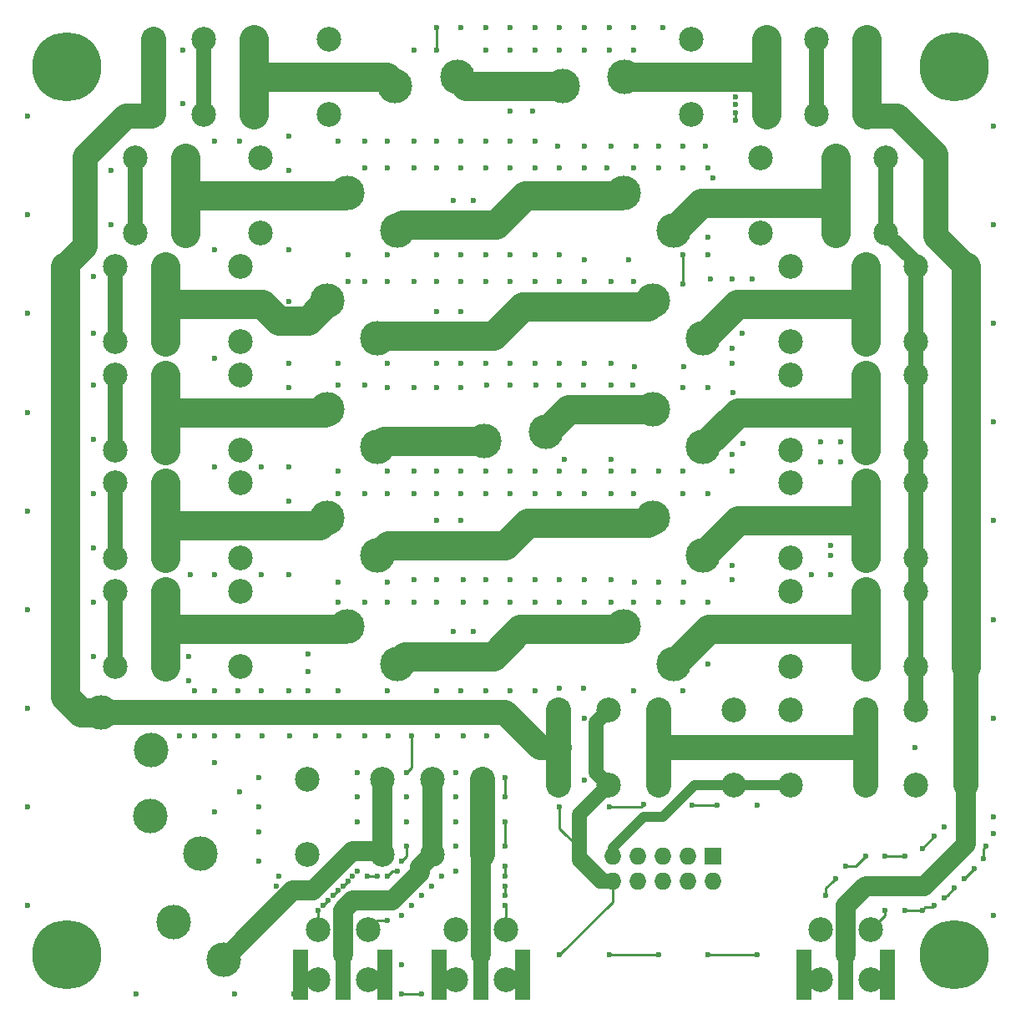
<source format=gbr>
G04 #@! TF.FileFunction,Copper,L1,Top,Signal*
%FSLAX46Y46*%
G04 Gerber Fmt 4.6, Leading zero omitted, Abs format (unit mm)*
G04 Created by KiCad (PCBNEW 4.0.7) date 12/14/17 19:40:15*
%MOMM*%
%LPD*%
G01*
G04 APERTURE LIST*
%ADD10C,0.100000*%
%ADD11R,1.727200X1.727200*%
%ADD12O,1.727200X1.727200*%
%ADD13C,2.500000*%
%ADD14C,3.500000*%
%ADD15C,1.998980*%
%ADD16C,2.499360*%
%ADD17C,7.000000*%
%ADD18R,1.500000X5.080000*%
%ADD19C,0.600000*%
%ADD20C,0.250000*%
%ADD21C,1.500000*%
%ADD22C,3.000000*%
%ADD23C,2.000000*%
%ADD24C,2.500000*%
%ADD25C,1.000000*%
G04 APERTURE END LIST*
D10*
D11*
X125500000Y-130000000D03*
D12*
X125500000Y-132540000D03*
X122960000Y-130000000D03*
X122960000Y-132540000D03*
X120420000Y-130000000D03*
X120420000Y-132540000D03*
X117880000Y-130000000D03*
X117880000Y-132540000D03*
X115340000Y-130000000D03*
X115340000Y-132540000D03*
D13*
X133380000Y-70190000D03*
X133380000Y-77810000D03*
X141000000Y-70190000D03*
X141000000Y-77810000D03*
X146080000Y-70190000D03*
X146080000Y-77810000D03*
X151160000Y-70190000D03*
X151160000Y-77810000D03*
D14*
X119460000Y-95730000D03*
X124540000Y-99540000D03*
D13*
X127620000Y-122810000D03*
X127620000Y-115190000D03*
X120000000Y-122810000D03*
X120000000Y-115190000D03*
X114920000Y-122810000D03*
X114920000Y-115190000D03*
X109840000Y-122810000D03*
X109840000Y-115190000D03*
X86620000Y-54810000D03*
X86620000Y-47190000D03*
X79000000Y-54810000D03*
X79000000Y-47190000D03*
X73920000Y-54810000D03*
X73920000Y-47190000D03*
X68840000Y-54810000D03*
X68840000Y-47190000D03*
X133380000Y-103190000D03*
X133380000Y-110810000D03*
X141000000Y-103190000D03*
X141000000Y-110810000D03*
X146080000Y-103190000D03*
X146080000Y-110810000D03*
X151160000Y-103190000D03*
X151160000Y-110810000D03*
D14*
X86460000Y-95730000D03*
X91540000Y-99540000D03*
D15*
X102000000Y-140000000D03*
D16*
X104540000Y-137460000D03*
X104540000Y-142540000D03*
X99460000Y-142540000D03*
X99460000Y-137460000D03*
D15*
X139000000Y-140000000D03*
D16*
X141540000Y-137460000D03*
X141540000Y-142540000D03*
X136460000Y-142540000D03*
X136460000Y-137460000D03*
D17*
X60000000Y-50000000D03*
X150000000Y-140000000D03*
X60000000Y-140000000D03*
X150000000Y-50000000D03*
D15*
X88000000Y-140000000D03*
D16*
X90540000Y-137460000D03*
X90540000Y-142540000D03*
X85460000Y-142540000D03*
X85460000Y-137460000D03*
D14*
X86460000Y-84730000D03*
X91540000Y-88540000D03*
X75940000Y-140470000D03*
X70860000Y-136660000D03*
X93305923Y-51898026D03*
X99592102Y-51000000D03*
X88460000Y-62730000D03*
X93540000Y-66540000D03*
X86460000Y-73730000D03*
X91540000Y-77540000D03*
X88460000Y-106730000D03*
X93540000Y-110540000D03*
X73540000Y-129770000D03*
X68460000Y-125960000D03*
X110305923Y-51898026D03*
X116592102Y-51000000D03*
X116460000Y-62730000D03*
X121540000Y-66540000D03*
X119460000Y-73730000D03*
X124540000Y-77540000D03*
X116460000Y-106730000D03*
X121540000Y-110540000D03*
X68540000Y-119270000D03*
X63460000Y-115460000D03*
X119460000Y-84730000D03*
X124540000Y-88540000D03*
D13*
X84380000Y-122190000D03*
X84380000Y-129810000D03*
X92000000Y-122190000D03*
X92000000Y-129810000D03*
X97080000Y-122190000D03*
X97080000Y-129810000D03*
X102160000Y-122190000D03*
X102160000Y-129810000D03*
X79620000Y-66810000D03*
X79620000Y-59190000D03*
X72000000Y-66810000D03*
X72000000Y-59190000D03*
X66920000Y-66810000D03*
X66920000Y-59190000D03*
X61840000Y-66810000D03*
X61840000Y-59190000D03*
X77620000Y-77810000D03*
X77620000Y-70190000D03*
X70000000Y-77810000D03*
X70000000Y-70190000D03*
X64920000Y-77810000D03*
X64920000Y-70190000D03*
X59840000Y-77810000D03*
X59840000Y-70190000D03*
X77620000Y-88810000D03*
X77620000Y-81190000D03*
X70000000Y-88810000D03*
X70000000Y-81190000D03*
X64920000Y-88810000D03*
X64920000Y-81190000D03*
X59840000Y-88810000D03*
X59840000Y-81190000D03*
X77620000Y-99810000D03*
X77620000Y-92190000D03*
X70000000Y-99810000D03*
X70000000Y-92190000D03*
X64920000Y-99810000D03*
X64920000Y-92190000D03*
X59840000Y-99810000D03*
X59840000Y-92190000D03*
X77620000Y-110810000D03*
X77620000Y-103190000D03*
X70000000Y-110810000D03*
X70000000Y-103190000D03*
X64920000Y-110810000D03*
X64920000Y-103190000D03*
X59840000Y-110810000D03*
X59840000Y-103190000D03*
X123380000Y-47190000D03*
X123380000Y-54810000D03*
X131000000Y-47190000D03*
X131000000Y-54810000D03*
X136080000Y-47190000D03*
X136080000Y-54810000D03*
X141160000Y-47190000D03*
X141160000Y-54810000D03*
X130380000Y-59190000D03*
X130380000Y-66810000D03*
X138000000Y-59190000D03*
X138000000Y-66810000D03*
X143080000Y-59190000D03*
X143080000Y-66810000D03*
X148160000Y-59190000D03*
X148160000Y-66810000D03*
X133380000Y-81190000D03*
X133380000Y-88810000D03*
X141000000Y-81190000D03*
X141000000Y-88810000D03*
X146080000Y-81190000D03*
X146080000Y-88810000D03*
X151160000Y-81190000D03*
X151160000Y-88810000D03*
X133380000Y-92190000D03*
X133380000Y-99810000D03*
X141000000Y-92190000D03*
X141000000Y-99810000D03*
X146080000Y-92190000D03*
X146080000Y-99810000D03*
X151160000Y-92190000D03*
X151160000Y-99810000D03*
X133380000Y-115190000D03*
X133380000Y-122810000D03*
X141000000Y-115190000D03*
X141000000Y-122810000D03*
X146080000Y-115190000D03*
X146080000Y-122810000D03*
X151160000Y-115190000D03*
X151160000Y-122810000D03*
D14*
X102305923Y-87898026D03*
X108592102Y-87000000D03*
D18*
X97750000Y-142000000D03*
X106250000Y-142000000D03*
X102000000Y-142000000D03*
X83750000Y-142000000D03*
X92250000Y-142000000D03*
X88000000Y-142000000D03*
X134750000Y-142000000D03*
X143250000Y-142000000D03*
X139000000Y-142000000D03*
D19*
X127800000Y-55400000D03*
X127800000Y-54599994D03*
X127800000Y-53800000D03*
X127800000Y-53000000D03*
X124768593Y-58013518D03*
X138000000Y-132250000D03*
X118500000Y-124750000D03*
X154000000Y-127750000D03*
X153250000Y-129000000D03*
X153000000Y-130250000D03*
X152000000Y-131250000D03*
X151000000Y-132250000D03*
X150000000Y-133250000D03*
X149000000Y-134250000D03*
X148000000Y-135000000D03*
X146750000Y-135500000D03*
X145000000Y-135500000D03*
X143000000Y-135500000D03*
X137000000Y-134000000D03*
X146750000Y-129249996D03*
X149000000Y-127000000D03*
X148000000Y-128000000D03*
X145000000Y-130000000D03*
X143000000Y-130000000D03*
X141000000Y-130000000D03*
X139000000Y-131000000D03*
X123400000Y-124800000D03*
X126000000Y-124800000D03*
X130000000Y-124800000D03*
X115000000Y-125000000D03*
X110000000Y-125000000D03*
X130000000Y-140000000D03*
X125000000Y-140000000D03*
X120000000Y-140000000D03*
X120000000Y-140000000D03*
X115000000Y-140000000D03*
X110000000Y-140000000D03*
X90500000Y-132000000D03*
X91500000Y-132000000D03*
X92500000Y-132000000D03*
X93500000Y-131500000D03*
X94000000Y-130500000D03*
X89500000Y-131500000D03*
X89000000Y-132000000D03*
X88500000Y-132500000D03*
X88000000Y-133000000D03*
X87500000Y-133500000D03*
X87000000Y-134000000D03*
X86500000Y-134500000D03*
X86000000Y-135000000D03*
X85500000Y-135500000D03*
X104500000Y-122000000D03*
X104500000Y-124000000D03*
X104500000Y-126500000D03*
X104500000Y-129000000D03*
X104500000Y-131000000D03*
X104500000Y-132000000D03*
X104500000Y-133000000D03*
X104500000Y-134000000D03*
X104500000Y-135000000D03*
X92500000Y-136500000D03*
X94000000Y-136000000D03*
X95000000Y-135000000D03*
X81500000Y-132000000D03*
X81244332Y-133044332D03*
X97500000Y-142000000D03*
X98000000Y-132000000D03*
X97000000Y-133000000D03*
X94000000Y-144000000D03*
X83000000Y-144000000D03*
X96000000Y-144000000D03*
X94000000Y-141000000D03*
X96000000Y-134000000D03*
X117750000Y-58000000D03*
X120000000Y-58000000D03*
X117399994Y-82200000D03*
X115200000Y-82200000D03*
X112399990Y-82200000D03*
X110000000Y-82200000D03*
X107600000Y-82200000D03*
X105000000Y-82200000D03*
X102600000Y-82200016D03*
X117600000Y-102200000D03*
X122600000Y-102200000D03*
X120000000Y-102200000D03*
X122600000Y-80400000D03*
X117600000Y-80400000D03*
X112500000Y-69500000D03*
X117000000Y-69500000D03*
X92500000Y-102250000D03*
X87500000Y-102250004D03*
X122500000Y-58000000D03*
X115250000Y-58000000D03*
X112500000Y-58000000D03*
X109750000Y-58000000D03*
X82500000Y-60499998D03*
X127500000Y-71500000D03*
X125250000Y-71500004D03*
X138500000Y-90000000D03*
X136500000Y-88000000D03*
X146000000Y-85000000D03*
X138500000Y-88000000D03*
X136500000Y-90000000D03*
X146000000Y-96000000D03*
X137500000Y-99500000D03*
X135500000Y-101500000D03*
X127500000Y-102000000D03*
X137500000Y-101500000D03*
X137500000Y-98500000D03*
X107500000Y-80000000D03*
X112500000Y-80000000D03*
X127500000Y-80000000D03*
X102500000Y-80000000D03*
X115250000Y-80000000D03*
X110000000Y-80000000D03*
X105000000Y-80000000D03*
X127499996Y-78500000D03*
X128500000Y-77000000D03*
X122500000Y-72000000D03*
X122500000Y-69000000D03*
X129500000Y-71500000D03*
X117500000Y-91000000D03*
X122500000Y-91000000D03*
X127500000Y-91000000D03*
X120000000Y-91000000D03*
X127500002Y-89250000D03*
X115250000Y-91000000D03*
X128600000Y-88200000D03*
X125000000Y-82500000D03*
X100000000Y-82500000D03*
X95250000Y-82500000D03*
X90250000Y-82250000D03*
X122500000Y-82500000D03*
X97500000Y-82500000D03*
X92500000Y-82500000D03*
X87500000Y-82250000D03*
X82500000Y-82500000D03*
X82500000Y-90500000D03*
X75000000Y-90500000D03*
X79750000Y-90500000D03*
X127600000Y-83000000D03*
X146000000Y-107000000D03*
X146000000Y-113000000D03*
X146000000Y-119000000D03*
X89500000Y-124000000D03*
X89500000Y-126500000D03*
X89500000Y-121500000D03*
X94500000Y-126500000D03*
X95000000Y-117800000D03*
X94500000Y-124000000D03*
X94500000Y-121500000D03*
X94500000Y-129000000D03*
X99500000Y-124000000D03*
X99500000Y-129000000D03*
X99500000Y-131500000D03*
X99500000Y-126500000D03*
X99500000Y-121500000D03*
X117500000Y-46000000D03*
X112500000Y-46000000D03*
X107500000Y-46000000D03*
X102500000Y-46000000D03*
X97500000Y-48250000D03*
X100000000Y-46000000D03*
X97500000Y-46000000D03*
X105000000Y-46000000D03*
X110000000Y-46000000D03*
X115000000Y-46000000D03*
X120500000Y-46000000D03*
X110000000Y-91000000D03*
X110500000Y-89750000D03*
X115250000Y-89750000D03*
X102500000Y-71750000D03*
X107500000Y-71750000D03*
X112500000Y-71750000D03*
X117500000Y-71750000D03*
X105000000Y-71750000D03*
X110000000Y-71750000D03*
X115250000Y-71750000D03*
X82500008Y-73750000D03*
X125500000Y-61250000D03*
X125000000Y-60250000D03*
X122500000Y-60250000D03*
X127500000Y-100499994D03*
X125000000Y-67250000D03*
X82500000Y-57000000D03*
X75000000Y-68500000D03*
X82500002Y-68500000D03*
X82500010Y-101500000D03*
X75000000Y-101500000D03*
X79750000Y-101500000D03*
X72500000Y-101500000D03*
X82500000Y-94000016D03*
X71400000Y-117800000D03*
X75000000Y-125500000D03*
X79500000Y-125000000D03*
X77500000Y-123500000D03*
X79500000Y-127500000D03*
X79500000Y-130500000D03*
X79500000Y-122000000D03*
X75000000Y-120500000D03*
X77400000Y-117800000D03*
X85200000Y-117800000D03*
X90200000Y-117800000D03*
X100200000Y-117800000D03*
X92600000Y-117800000D03*
X82600000Y-117800000D03*
X75000000Y-117800000D03*
X73000000Y-117800000D03*
X79800000Y-117800000D03*
X87600000Y-117800000D03*
X97600000Y-117800000D03*
X102600000Y-117800000D03*
X77400000Y-113250000D03*
X72400000Y-112200000D03*
X72400000Y-109800000D03*
X73000000Y-113250000D03*
X112500000Y-116000000D03*
X112500000Y-122250000D03*
X71750000Y-53750000D03*
X71750000Y-48250000D03*
X64500000Y-60500000D03*
X64500000Y-66000000D03*
X62750000Y-71250000D03*
X62750000Y-77000000D03*
X62750000Y-82250000D03*
X62750000Y-87750000D03*
X62750000Y-93250000D03*
X62750000Y-98750000D03*
X62750000Y-109750000D03*
X62750000Y-104250000D03*
X99250000Y-107250000D03*
X100250000Y-104250000D03*
X101250000Y-107250000D03*
X97500000Y-96000000D03*
X97500000Y-93250000D03*
X100000000Y-96000000D03*
X97500000Y-74750000D03*
X97500000Y-71750000D03*
X100000000Y-74750000D03*
X99250000Y-63500000D03*
X100000000Y-60250000D03*
X101250000Y-63500000D03*
X105000000Y-54500000D03*
X105000000Y-57500000D03*
X107250000Y-54500000D03*
X115000000Y-48250000D03*
X110000000Y-48250000D03*
X105000000Y-48250000D03*
X95250000Y-48250000D03*
X90250000Y-57500000D03*
X90250000Y-60250000D03*
X95250000Y-60250000D03*
X95250000Y-57500000D03*
X100000000Y-57500000D03*
X125000000Y-69000000D03*
X120000000Y-60250000D03*
X114750000Y-60250000D03*
X110000000Y-60250000D03*
X105000000Y-60250000D03*
X100000000Y-69000000D03*
X105000000Y-69000000D03*
X110000000Y-69000000D03*
X100000000Y-80000000D03*
X100000000Y-71750000D03*
X90250000Y-71750000D03*
X95250000Y-71750000D03*
X115250000Y-102000000D03*
X110000000Y-102000000D03*
X105000000Y-102000000D03*
X100250000Y-102000000D03*
X95250000Y-102000000D03*
X112500000Y-102000000D03*
X107500000Y-102000000D03*
X102500000Y-102000000D03*
X97500000Y-102000000D03*
X87500000Y-93250000D03*
X92500000Y-93250000D03*
X102500000Y-93250000D03*
X107500000Y-93250000D03*
X112500000Y-93250000D03*
X117500000Y-93250000D03*
X122500000Y-93250000D03*
X90250000Y-93250000D03*
X95250000Y-93250000D03*
X100000000Y-93250000D03*
X105000000Y-93250000D03*
X110000000Y-93250000D03*
X115250000Y-93250000D03*
X125000000Y-93250000D03*
X110000000Y-112950001D03*
X105000000Y-113250000D03*
X100000000Y-113250000D03*
X84500000Y-113250000D03*
X84500000Y-111250000D03*
X84500000Y-109500000D03*
X79750000Y-113250000D03*
X125000000Y-104250000D03*
X120000000Y-104250000D03*
X115250000Y-104250000D03*
X110000000Y-104250000D03*
X105000000Y-104250000D03*
X90250000Y-104250000D03*
X95250000Y-104250000D03*
X117500000Y-60250000D03*
X112500000Y-60250000D03*
X107500000Y-60250000D03*
X102500000Y-60250000D03*
X97500000Y-60250000D03*
X92500000Y-60250000D03*
X122500000Y-104250000D03*
X117500000Y-104250000D03*
X112500000Y-104250000D03*
X107500000Y-104250000D03*
X102500000Y-104250000D03*
X97500000Y-104250000D03*
X92500000Y-104250000D03*
X87500000Y-104250000D03*
X87500000Y-104250000D03*
X92500000Y-71750000D03*
X88500000Y-71750000D03*
X82500000Y-80000000D03*
X75000000Y-79500000D03*
X125000000Y-110500000D03*
X75000000Y-113250000D03*
X82500000Y-113250000D03*
X87500000Y-113250000D03*
X92500000Y-113250000D03*
X97500000Y-113250000D03*
X102500000Y-113250000D03*
X107500000Y-113250000D03*
X112450001Y-112950001D03*
X117500000Y-113250000D03*
X122500000Y-113250000D03*
X97500000Y-80000000D03*
X92500000Y-80000000D03*
X87500000Y-80000000D03*
X107500000Y-69000000D03*
X102500000Y-69000000D03*
X97500000Y-69000000D03*
X92500000Y-69000000D03*
X88500000Y-69000000D03*
X154000000Y-56000000D03*
X154000000Y-76000000D03*
X154000000Y-96000000D03*
X154000000Y-116000000D03*
X154000000Y-136000000D03*
X154000000Y-126000000D03*
X154000000Y-106000000D03*
X154000000Y-86000000D03*
X154000000Y-66000000D03*
X77000000Y-144000000D03*
X67000000Y-144000000D03*
X56000000Y-55000000D03*
X56000000Y-75000000D03*
X56000000Y-95000000D03*
X56000000Y-115000000D03*
X56000000Y-135000000D03*
X56000000Y-125000000D03*
X56000000Y-105000000D03*
X56000000Y-85000000D03*
X56000000Y-65000000D03*
X112500000Y-48250000D03*
X102500000Y-48250000D03*
X92500000Y-57500000D03*
X107500000Y-48250000D03*
X117500000Y-48250000D03*
X102500000Y-57500000D03*
X75000000Y-57500000D03*
X77500000Y-57500000D03*
X87500000Y-57500000D03*
X97500000Y-57500000D03*
X107500000Y-57500000D03*
X112500000Y-91000000D03*
X95250000Y-91000000D03*
X100000000Y-91000000D03*
X105000000Y-91000000D03*
X107500000Y-91000000D03*
X102500000Y-91000000D03*
X97500000Y-91000000D03*
X92500000Y-91000000D03*
X87500020Y-91000000D03*
D20*
X127800000Y-54599994D02*
X127800000Y-55400000D01*
D21*
X73920000Y-54810000D02*
X73920000Y-47190000D01*
X66920000Y-66810000D02*
X66920000Y-59190000D01*
X64920000Y-77810000D02*
X64920000Y-70190000D01*
X64920000Y-88810000D02*
X64920000Y-81190000D01*
X64920000Y-99810000D02*
X64920000Y-92190000D01*
X64920000Y-103190000D02*
X64920000Y-110810000D01*
X136080000Y-54810000D02*
X136080000Y-47190000D01*
X143080000Y-66810000D02*
X143080000Y-59190000D01*
X146080000Y-69810000D02*
X143080000Y-66810000D01*
X146080000Y-77810000D02*
X146080000Y-70190000D01*
X146080000Y-81190000D02*
X146080000Y-77810000D01*
X146080000Y-88810000D02*
X146080000Y-81190000D01*
X146080000Y-92190000D02*
X146080000Y-88810000D01*
X146080000Y-99810000D02*
X146080000Y-92190000D01*
X146080000Y-103190000D02*
X146080000Y-99810000D01*
X146080000Y-110810000D02*
X146080000Y-103190000D01*
X146080000Y-115190000D02*
X146080000Y-110810000D01*
D20*
X137700001Y-132549999D02*
X138000000Y-132250000D01*
X137000000Y-134000000D02*
X137000000Y-133250000D01*
X137000000Y-133250000D02*
X137700001Y-132549999D01*
D21*
X85460000Y-142540000D02*
X84290000Y-142540000D01*
X84290000Y-142540000D02*
X83750000Y-142000000D01*
X90540000Y-142540000D02*
X91710000Y-142540000D01*
X91710000Y-142540000D02*
X92250000Y-142000000D01*
X99460000Y-142540000D02*
X98290000Y-142540000D01*
X98290000Y-142540000D02*
X97750000Y-142000000D01*
X104540000Y-142540000D02*
X105710000Y-142540000D01*
X105710000Y-142540000D02*
X106250000Y-142000000D01*
X136460000Y-142540000D02*
X135290000Y-142540000D01*
X135290000Y-142540000D02*
X134750000Y-142000000D01*
X141540000Y-142540000D02*
X142710000Y-142540000D01*
X142710000Y-142540000D02*
X143250000Y-142000000D01*
D20*
X118250000Y-125000000D02*
X118500000Y-124750000D01*
X115000000Y-125000000D02*
X118250000Y-125000000D01*
X153000000Y-129250000D02*
X153250000Y-129000000D01*
X153000000Y-130250000D02*
X153000000Y-129250000D01*
X151000000Y-132250000D02*
X152000000Y-131250000D01*
X149299999Y-133950001D02*
X150000000Y-133250000D01*
X149000000Y-134250000D02*
X149299999Y-133950001D01*
X147799999Y-135200001D02*
X148000000Y-135000000D01*
X146750000Y-135500000D02*
X147049999Y-135200001D01*
X147049999Y-135200001D02*
X147799999Y-135200001D01*
X145000000Y-135500000D02*
X146750000Y-135500000D01*
X141540000Y-137460000D02*
X143000000Y-136000000D01*
X143000000Y-136000000D02*
X143000000Y-135500000D01*
X146750004Y-129249996D02*
X146750000Y-129249996D01*
X148000000Y-128000000D02*
X146750004Y-129249996D01*
X143000000Y-130000000D02*
X145000000Y-130000000D01*
X139000000Y-131000000D02*
X140000000Y-131000000D01*
X140000000Y-131000000D02*
X141000000Y-130000000D01*
X126000000Y-124800000D02*
X123400000Y-124800000D01*
X110000000Y-127200000D02*
X110000000Y-125000000D01*
X115340000Y-132540000D02*
X110000000Y-127200000D01*
X125000000Y-140000000D02*
X130000000Y-140000000D01*
X115000000Y-140000000D02*
X120000000Y-140000000D01*
X115340000Y-134660000D02*
X110000000Y-140000000D01*
X115340000Y-132540000D02*
X115340000Y-134660000D01*
D21*
X114920000Y-115190000D02*
X113670001Y-116439999D01*
X113670001Y-116439999D02*
X113670001Y-121560001D01*
X113670001Y-121560001D02*
X114920000Y-122810000D01*
X114920000Y-122810000D02*
X112000000Y-125730000D01*
X112000000Y-125730000D02*
X112000000Y-130421314D01*
X112000000Y-130421314D02*
X114118686Y-132540000D01*
X114118686Y-132540000D02*
X115340000Y-132540000D01*
D20*
X91500000Y-132000000D02*
X90500000Y-132000000D01*
X93500000Y-131500000D02*
X93000000Y-131500000D01*
X93000000Y-131500000D02*
X92500000Y-132000000D01*
X94500000Y-129000000D02*
X94500000Y-130000000D01*
X94500000Y-130000000D02*
X94000000Y-130500000D01*
X88000000Y-133000000D02*
X88500000Y-132500000D01*
X87000000Y-134000000D02*
X87500000Y-133500000D01*
X86000000Y-135000000D02*
X86500000Y-134500000D01*
X85460000Y-135540000D02*
X85500000Y-135500000D01*
X85460000Y-137460000D02*
X85460000Y-135540000D01*
X104500000Y-124000000D02*
X104500000Y-122000000D01*
X104500000Y-129000000D02*
X104500000Y-126500000D01*
X104500000Y-132000000D02*
X104500000Y-131000000D01*
X104500000Y-134000000D02*
X104500000Y-133000000D01*
X104540000Y-137460000D02*
X104540000Y-135040000D01*
X104540000Y-135040000D02*
X104500000Y-135000000D01*
X92500000Y-136500000D02*
X91500000Y-136500000D01*
X91500000Y-136500000D02*
X90540000Y-137460000D01*
X96000000Y-144000000D02*
X94000000Y-144000000D01*
X122500000Y-72000000D02*
X122500000Y-69000000D01*
X95000000Y-121000000D02*
X95000000Y-117800000D01*
X95000000Y-121000000D02*
X94500000Y-121500000D01*
X97500000Y-46000000D02*
X97500000Y-48250000D01*
X77400000Y-113250000D02*
X77400000Y-113200000D01*
X73000000Y-113250000D02*
X73000000Y-113200000D01*
X110000000Y-112950001D02*
X110000000Y-113000000D01*
D22*
X70000000Y-85000000D02*
X86190000Y-85000000D01*
X86190000Y-85000000D02*
X86460000Y-84730000D01*
X70000000Y-88810000D02*
X70000000Y-85000000D01*
X70000000Y-85000000D02*
X70000000Y-81190000D01*
X102305923Y-87898026D02*
X92181974Y-87898026D01*
X92181974Y-87898026D02*
X91540000Y-88540000D01*
D23*
X92000000Y-129810000D02*
X92000000Y-129500000D01*
X82910000Y-133500000D02*
X77689999Y-138720001D01*
X92000000Y-129500000D02*
X89000000Y-129500000D01*
X89000000Y-129500000D02*
X85000000Y-133500000D01*
X77689999Y-138720001D02*
X75940000Y-140470000D01*
X85000000Y-133500000D02*
X82910000Y-133500000D01*
X92000000Y-122190000D02*
X92000000Y-126000000D01*
X92000000Y-126000000D02*
X92000000Y-129810000D01*
D22*
X79000000Y-51000000D02*
X92407897Y-51000000D01*
D23*
X92407897Y-51000000D02*
X93305923Y-51898026D01*
D22*
X79000000Y-47190000D02*
X79000000Y-51000000D01*
X79000000Y-51000000D02*
X79000000Y-54810000D01*
X72000000Y-63000000D02*
X88190000Y-63000000D01*
X88190000Y-63000000D02*
X88460000Y-62730000D01*
X72000000Y-59190000D02*
X72000000Y-63000000D01*
X72000000Y-63000000D02*
X72000000Y-66810000D01*
X70000000Y-74000000D02*
X79789996Y-74000000D01*
X84710001Y-75479999D02*
X86460000Y-73730000D01*
X84439999Y-75750001D02*
X84710001Y-75479999D01*
X81539997Y-75750001D02*
X84439999Y-75750001D01*
X79789996Y-74000000D02*
X81539997Y-75750001D01*
X70000000Y-77810000D02*
X70000000Y-74000000D01*
X70000000Y-74000000D02*
X70000000Y-70190000D01*
X70000000Y-96000000D02*
X70500001Y-96500001D01*
X70500001Y-96500001D02*
X85689999Y-96500001D01*
X85689999Y-96500001D02*
X86460000Y-95730000D01*
X70000000Y-99810000D02*
X70000000Y-96000000D01*
X70000000Y-96000000D02*
X70000000Y-92190000D01*
X70000000Y-107000000D02*
X88190000Y-107000000D01*
X88190000Y-107000000D02*
X88460000Y-106730000D01*
X70000000Y-110810000D02*
X70000000Y-107000000D01*
X70000000Y-107000000D02*
X70000000Y-103190000D01*
X110305923Y-51898026D02*
X100490128Y-51898026D01*
D23*
X100490128Y-51898026D02*
X99592102Y-51000000D01*
D22*
X116460000Y-62730000D02*
X116190000Y-63000000D01*
X103500000Y-66000000D02*
X94080000Y-66000000D01*
X94080000Y-66000000D02*
X93540000Y-66540000D01*
X116190000Y-63000000D02*
X106500000Y-63000000D01*
X106500000Y-63000000D02*
X103500000Y-66000000D01*
X119460000Y-73730000D02*
X118940000Y-74250000D01*
X118940000Y-74250000D02*
X106250000Y-74250000D01*
X103250000Y-77250000D02*
X91830000Y-77250000D01*
X106250000Y-74250000D02*
X103250000Y-77250000D01*
X91830000Y-77250000D02*
X91540000Y-77540000D01*
X119460000Y-95730000D02*
X118940000Y-96250000D01*
X118940000Y-96250000D02*
X106750000Y-96250000D01*
X106750000Y-96250000D02*
X104500000Y-98500000D01*
X104500000Y-98500000D02*
X92580000Y-98500000D01*
X92580000Y-98500000D02*
X91540000Y-99540000D01*
X116460000Y-106730000D02*
X116190000Y-107000000D01*
X116190000Y-107000000D02*
X106000000Y-107000000D01*
X106000000Y-107000000D02*
X103250000Y-109750000D01*
X103250000Y-109750000D02*
X94330000Y-109750000D01*
X94330000Y-109750000D02*
X93540000Y-110540000D01*
X119460000Y-84730000D02*
X110862102Y-84730000D01*
X110862102Y-84730000D02*
X108592102Y-87000000D01*
X131000000Y-52000000D02*
X131000000Y-54810000D01*
X131000000Y-50250000D02*
X131000000Y-52000000D01*
X131000000Y-52000000D02*
X130000000Y-51000000D01*
X130000000Y-51000000D02*
X116592102Y-51000000D01*
X131000000Y-47190000D02*
X131000000Y-51750000D01*
X138000000Y-63000000D02*
X137250000Y-63750000D01*
X137250000Y-63750000D02*
X124330000Y-63750000D01*
X124330000Y-63750000D02*
X121540000Y-66540000D01*
X138000000Y-66810000D02*
X138000000Y-63000000D01*
X138000000Y-59190000D02*
X138000000Y-63000000D01*
X124540000Y-77540000D02*
X124540000Y-77460000D01*
X124540000Y-77460000D02*
X128000000Y-74000000D01*
X128000000Y-74000000D02*
X141000000Y-74000000D01*
X141000000Y-70190000D02*
X141000000Y-74000000D01*
X141000000Y-74000000D02*
X141000000Y-77810000D01*
X141000000Y-96000000D02*
X128080000Y-96000000D01*
X128080000Y-96000000D02*
X124540000Y-99540000D01*
X141000000Y-92190000D02*
X141000000Y-96000000D01*
X141000000Y-96000000D02*
X141000000Y-99810000D01*
X141000000Y-107000000D02*
X125080000Y-107000000D01*
X125080000Y-107000000D02*
X121540000Y-110540000D01*
X141000000Y-103190000D02*
X141000000Y-107000000D01*
X141000000Y-107000000D02*
X141000000Y-110810000D01*
D24*
X61840000Y-59190000D02*
X61840000Y-59160000D01*
X61840000Y-59160000D02*
X66000000Y-55000000D01*
X66000000Y-55000000D02*
X68650000Y-55000000D01*
X68650000Y-55000000D02*
X68840000Y-54810000D01*
X109840000Y-119000000D02*
X108000000Y-119000000D01*
X104460000Y-115460000D02*
X108000000Y-119000000D01*
X104460000Y-115460000D02*
X63460000Y-115460000D01*
X109840000Y-119000000D02*
X110000000Y-119000000D01*
X110000000Y-119000000D02*
X109840000Y-119000000D01*
X109840000Y-115190000D02*
X109840000Y-119000000D01*
X109840000Y-119000000D02*
X109840000Y-122810000D01*
D22*
X59840000Y-110810000D02*
X59840000Y-113840000D01*
X61460000Y-115460000D02*
X63460000Y-115460000D01*
X59840000Y-113840000D02*
X61460000Y-115460000D01*
D24*
X61840000Y-66810000D02*
X61840000Y-68190000D01*
X61840000Y-68190000D02*
X59840000Y-70190000D01*
X61840000Y-59190000D02*
X61840000Y-66810000D01*
X68840000Y-47190000D02*
X68840000Y-54810000D01*
D22*
X59840000Y-70190000D02*
X59840000Y-77810000D01*
X59840000Y-77810000D02*
X59840000Y-81190000D01*
X59840000Y-81190000D02*
X59840000Y-88810000D01*
X59840000Y-88810000D02*
X59840000Y-92190000D01*
X59840000Y-92190000D02*
X59840000Y-99810000D01*
X59840000Y-99810000D02*
X59840000Y-103190000D01*
X59840000Y-103190000D02*
X59840000Y-110810000D01*
X141000000Y-85000000D02*
X128080000Y-85000000D01*
X128080000Y-85000000D02*
X124540000Y-88540000D01*
X141000000Y-81190000D02*
X141000000Y-85000000D01*
X141000000Y-85000000D02*
X141000000Y-88810000D01*
D25*
X127620000Y-122810000D02*
X123690000Y-122810000D01*
X123690000Y-122810000D02*
X120500000Y-126000000D01*
X120500000Y-126000000D02*
X118500000Y-126000000D01*
X118500000Y-126000000D02*
X115340000Y-129160000D01*
X115340000Y-129160000D02*
X115340000Y-130000000D01*
X127620000Y-122810000D02*
X133380000Y-122810000D01*
D21*
X102000000Y-142000000D02*
X102000000Y-140000000D01*
D23*
X102000000Y-129970000D02*
X102000000Y-140000000D01*
X102000000Y-129970000D02*
X102160000Y-129810000D01*
D24*
X102160000Y-122190000D02*
X102160000Y-129810000D01*
D23*
X151160000Y-122810000D02*
X151160000Y-128840000D01*
X151160000Y-128840000D02*
X147000000Y-133000000D01*
X147000000Y-133000000D02*
X141000000Y-133000000D01*
X141000000Y-133000000D02*
X139000000Y-135000000D01*
X139000000Y-135000000D02*
X139000000Y-140000000D01*
D21*
X139000000Y-142000000D02*
X139000000Y-140000000D01*
D24*
X148160000Y-59190000D02*
X148160000Y-58910000D01*
X148160000Y-58910000D02*
X144250000Y-55000000D01*
X144250000Y-55000000D02*
X141350000Y-55000000D01*
X141350000Y-55000000D02*
X141160000Y-54810000D01*
X151160000Y-110810000D02*
X151160000Y-115190000D01*
X151160000Y-115190000D02*
X151160000Y-122810000D01*
D22*
X151160000Y-70190000D02*
X151160000Y-77810000D01*
D24*
X148160000Y-66810000D02*
X148160000Y-67190000D01*
X148160000Y-67190000D02*
X151160000Y-70190000D01*
X148160000Y-59190000D02*
X148160000Y-66810000D01*
D22*
X141160000Y-47190000D02*
X141160000Y-54810000D01*
X151160000Y-110810000D02*
X151160000Y-103190000D01*
X151160000Y-103190000D02*
X151160000Y-99810000D01*
X151160000Y-99810000D02*
X151160000Y-92190000D01*
X151160000Y-92190000D02*
X151160000Y-88810000D01*
X151160000Y-88810000D02*
X151160000Y-81190000D01*
X151160000Y-81190000D02*
X151160000Y-77810000D01*
D23*
X88000000Y-140000000D02*
X88000000Y-135500000D01*
X88000000Y-135500000D02*
X89000000Y-134500000D01*
X95830001Y-131669999D02*
X95830001Y-131059999D01*
X89000000Y-134500000D02*
X93000000Y-134500000D01*
X93000000Y-134500000D02*
X95830001Y-131669999D01*
X95830001Y-131059999D02*
X97080000Y-129810000D01*
D21*
X88000000Y-142000000D02*
X88000000Y-140000000D01*
D23*
X97080000Y-129810000D02*
X97080000Y-122190000D01*
D24*
X141000000Y-119000000D02*
X121000000Y-119000000D01*
X121000000Y-119000000D02*
X120000000Y-119000000D01*
X120000000Y-115190000D02*
X120000000Y-119000000D01*
X120000000Y-119000000D02*
X120000000Y-122810000D01*
X141000000Y-115190000D02*
X141000000Y-119000000D01*
X141000000Y-119000000D02*
X141000000Y-122810000D01*
M02*

</source>
